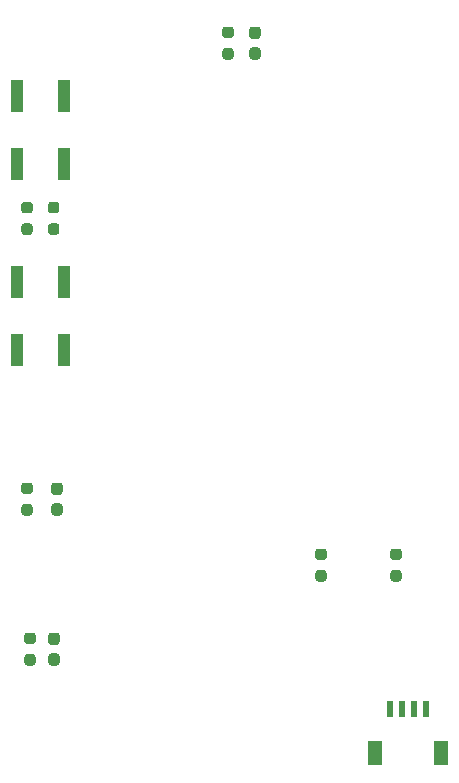
<source format=gtp>
G04 #@! TF.GenerationSoftware,KiCad,Pcbnew,5.1.9*
G04 #@! TF.CreationDate,2021-04-12T13:30:16-03:00*
G04 #@! TF.ProjectId,Piprogrammer,50697072-6f67-4726-916d-6d65722e6b69,rev?*
G04 #@! TF.SameCoordinates,Original*
G04 #@! TF.FileFunction,Paste,Top*
G04 #@! TF.FilePolarity,Positive*
%FSLAX46Y46*%
G04 Gerber Fmt 4.6, Leading zero omitted, Abs format (unit mm)*
G04 Created by KiCad (PCBNEW 5.1.9) date 2021-04-12 13:30:16*
%MOMM*%
%LPD*%
G01*
G04 APERTURE LIST*
%ADD10R,1.000000X2.800000*%
%ADD11R,1.198880X1.998980*%
%ADD12R,0.599440X1.348740*%
G04 APERTURE END LIST*
G36*
G01*
X227923500Y-88361000D02*
X227448500Y-88361000D01*
G75*
G02*
X227211000Y-88123500I0J237500D01*
G01*
X227211000Y-87623500D01*
G75*
G02*
X227448500Y-87386000I237500J0D01*
G01*
X227923500Y-87386000D01*
G75*
G02*
X228161000Y-87623500I0J-237500D01*
G01*
X228161000Y-88123500D01*
G75*
G02*
X227923500Y-88361000I-237500J0D01*
G01*
G37*
G36*
G01*
X227923500Y-90186000D02*
X227448500Y-90186000D01*
G75*
G02*
X227211000Y-89948500I0J237500D01*
G01*
X227211000Y-89448500D01*
G75*
G02*
X227448500Y-89211000I237500J0D01*
G01*
X227923500Y-89211000D01*
G75*
G02*
X228161000Y-89448500I0J-237500D01*
G01*
X228161000Y-89948500D01*
G75*
G02*
X227923500Y-90186000I-237500J0D01*
G01*
G37*
D10*
X209811000Y-99052000D03*
X209811000Y-93252000D03*
X213811000Y-99052000D03*
X213811000Y-93252000D03*
G36*
G01*
X210905500Y-103196500D02*
X210430500Y-103196500D01*
G75*
G02*
X210193000Y-102959000I0J237500D01*
G01*
X210193000Y-102459000D01*
G75*
G02*
X210430500Y-102221500I237500J0D01*
G01*
X210905500Y-102221500D01*
G75*
G02*
X211143000Y-102459000I0J-237500D01*
G01*
X211143000Y-102959000D01*
G75*
G02*
X210905500Y-103196500I-237500J0D01*
G01*
G37*
G36*
G01*
X210905500Y-105021500D02*
X210430500Y-105021500D01*
G75*
G02*
X210193000Y-104784000I0J237500D01*
G01*
X210193000Y-104284000D01*
G75*
G02*
X210430500Y-104046500I237500J0D01*
G01*
X210905500Y-104046500D01*
G75*
G02*
X211143000Y-104284000I0J-237500D01*
G01*
X211143000Y-104784000D01*
G75*
G02*
X210905500Y-105021500I-237500J0D01*
G01*
G37*
G36*
G01*
X212690499Y-104046500D02*
X213165499Y-104046500D01*
G75*
G02*
X213402999Y-104284000I0J-237500D01*
G01*
X213402999Y-104784000D01*
G75*
G02*
X213165499Y-105021500I-237500J0D01*
G01*
X212690499Y-105021500D01*
G75*
G02*
X212452999Y-104784000I0J237500D01*
G01*
X212452999Y-104284000D01*
G75*
G02*
X212690499Y-104046500I237500J0D01*
G01*
G37*
G36*
G01*
X212690499Y-102221500D02*
X213165499Y-102221500D01*
G75*
G02*
X213402999Y-102459000I0J-237500D01*
G01*
X213402999Y-102959000D01*
G75*
G02*
X213165499Y-103196500I-237500J0D01*
G01*
X212690499Y-103196500D01*
G75*
G02*
X212452999Y-102959000I0J237500D01*
G01*
X212452999Y-102459000D01*
G75*
G02*
X212690499Y-102221500I237500J0D01*
G01*
G37*
G36*
G01*
X235797500Y-132557000D02*
X235322500Y-132557000D01*
G75*
G02*
X235085000Y-132319500I0J237500D01*
G01*
X235085000Y-131819500D01*
G75*
G02*
X235322500Y-131582000I237500J0D01*
G01*
X235797500Y-131582000D01*
G75*
G02*
X236035000Y-131819500I0J-237500D01*
G01*
X236035000Y-132319500D01*
G75*
G02*
X235797500Y-132557000I-237500J0D01*
G01*
G37*
G36*
G01*
X235797500Y-134382000D02*
X235322500Y-134382000D01*
G75*
G02*
X235085000Y-134144500I0J237500D01*
G01*
X235085000Y-133644500D01*
G75*
G02*
X235322500Y-133407000I237500J0D01*
G01*
X235797500Y-133407000D01*
G75*
G02*
X236035000Y-133644500I0J-237500D01*
G01*
X236035000Y-134144500D01*
G75*
G02*
X235797500Y-134382000I-237500J0D01*
G01*
G37*
G36*
G01*
X242147500Y-132557000D02*
X241672500Y-132557000D01*
G75*
G02*
X241435000Y-132319500I0J237500D01*
G01*
X241435000Y-131819500D01*
G75*
G02*
X241672500Y-131582000I237500J0D01*
G01*
X242147500Y-131582000D01*
G75*
G02*
X242385000Y-131819500I0J-237500D01*
G01*
X242385000Y-132319500D01*
G75*
G02*
X242147500Y-132557000I-237500J0D01*
G01*
G37*
G36*
G01*
X242147500Y-134382000D02*
X241672500Y-134382000D01*
G75*
G02*
X241435000Y-134144500I0J237500D01*
G01*
X241435000Y-133644500D01*
G75*
G02*
X241672500Y-133407000I237500J0D01*
G01*
X242147500Y-133407000D01*
G75*
G02*
X242385000Y-133644500I0J-237500D01*
G01*
X242385000Y-134144500D01*
G75*
G02*
X242147500Y-134382000I-237500J0D01*
G01*
G37*
G36*
G01*
X210905500Y-126969000D02*
X210430500Y-126969000D01*
G75*
G02*
X210193000Y-126731500I0J237500D01*
G01*
X210193000Y-126231500D01*
G75*
G02*
X210430500Y-125994000I237500J0D01*
G01*
X210905500Y-125994000D01*
G75*
G02*
X211143000Y-126231500I0J-237500D01*
G01*
X211143000Y-126731500D01*
G75*
G02*
X210905500Y-126969000I-237500J0D01*
G01*
G37*
G36*
G01*
X210905500Y-128794000D02*
X210430500Y-128794000D01*
G75*
G02*
X210193000Y-128556500I0J237500D01*
G01*
X210193000Y-128056500D01*
G75*
G02*
X210430500Y-127819000I237500J0D01*
G01*
X210905500Y-127819000D01*
G75*
G02*
X211143000Y-128056500I0J-237500D01*
G01*
X211143000Y-128556500D01*
G75*
G02*
X210905500Y-128794000I-237500J0D01*
G01*
G37*
G36*
G01*
X210684500Y-140519000D02*
X211159500Y-140519000D01*
G75*
G02*
X211397000Y-140756500I0J-237500D01*
G01*
X211397000Y-141256500D01*
G75*
G02*
X211159500Y-141494000I-237500J0D01*
G01*
X210684500Y-141494000D01*
G75*
G02*
X210447000Y-141256500I0J237500D01*
G01*
X210447000Y-140756500D01*
G75*
G02*
X210684500Y-140519000I237500J0D01*
G01*
G37*
G36*
G01*
X210684500Y-138694000D02*
X211159500Y-138694000D01*
G75*
G02*
X211397000Y-138931500I0J-237500D01*
G01*
X211397000Y-139431500D01*
G75*
G02*
X211159500Y-139669000I-237500J0D01*
G01*
X210684500Y-139669000D01*
G75*
G02*
X210447000Y-139431500I0J237500D01*
G01*
X210447000Y-138931500D01*
G75*
G02*
X210684500Y-138694000I237500J0D01*
G01*
G37*
D11*
X240126920Y-148846840D03*
X245725080Y-148846840D03*
D12*
X244424600Y-145174000D03*
X243423840Y-145174000D03*
X242428160Y-145174000D03*
X241427400Y-145174000D03*
G36*
G01*
X229734500Y-87386000D02*
X230209500Y-87386000D01*
G75*
G02*
X230447000Y-87623500I0J-237500D01*
G01*
X230447000Y-88198500D01*
G75*
G02*
X230209500Y-88436000I-237500J0D01*
G01*
X229734500Y-88436000D01*
G75*
G02*
X229497000Y-88198500I0J237500D01*
G01*
X229497000Y-87623500D01*
G75*
G02*
X229734500Y-87386000I237500J0D01*
G01*
G37*
G36*
G01*
X229734500Y-89136000D02*
X230209500Y-89136000D01*
G75*
G02*
X230447000Y-89373500I0J-237500D01*
G01*
X230447000Y-89948500D01*
G75*
G02*
X230209500Y-90186000I-237500J0D01*
G01*
X229734500Y-90186000D01*
G75*
G02*
X229497000Y-89948500I0J237500D01*
G01*
X229497000Y-89373500D01*
G75*
G02*
X229734500Y-89136000I237500J0D01*
G01*
G37*
G36*
G01*
X213445500Y-128794000D02*
X212970500Y-128794000D01*
G75*
G02*
X212733000Y-128556500I0J237500D01*
G01*
X212733000Y-127981500D01*
G75*
G02*
X212970500Y-127744000I237500J0D01*
G01*
X213445500Y-127744000D01*
G75*
G02*
X213683000Y-127981500I0J-237500D01*
G01*
X213683000Y-128556500D01*
G75*
G02*
X213445500Y-128794000I-237500J0D01*
G01*
G37*
G36*
G01*
X213445500Y-127044000D02*
X212970500Y-127044000D01*
G75*
G02*
X212733000Y-126806500I0J237500D01*
G01*
X212733000Y-126231500D01*
G75*
G02*
X212970500Y-125994000I237500J0D01*
G01*
X213445500Y-125994000D01*
G75*
G02*
X213683000Y-126231500I0J-237500D01*
G01*
X213683000Y-126806500D01*
G75*
G02*
X213445500Y-127044000I-237500J0D01*
G01*
G37*
G36*
G01*
X213191500Y-139744000D02*
X212716500Y-139744000D01*
G75*
G02*
X212479000Y-139506500I0J237500D01*
G01*
X212479000Y-138931500D01*
G75*
G02*
X212716500Y-138694000I237500J0D01*
G01*
X213191500Y-138694000D01*
G75*
G02*
X213429000Y-138931500I0J-237500D01*
G01*
X213429000Y-139506500D01*
G75*
G02*
X213191500Y-139744000I-237500J0D01*
G01*
G37*
G36*
G01*
X213191500Y-141494000D02*
X212716500Y-141494000D01*
G75*
G02*
X212479000Y-141256500I0J237500D01*
G01*
X212479000Y-140681500D01*
G75*
G02*
X212716500Y-140444000I237500J0D01*
G01*
X213191500Y-140444000D01*
G75*
G02*
X213429000Y-140681500I0J-237500D01*
G01*
X213429000Y-141256500D01*
G75*
G02*
X213191500Y-141494000I-237500J0D01*
G01*
G37*
D10*
X213811000Y-109000000D03*
X213811000Y-114800000D03*
X209811000Y-109000000D03*
X209811000Y-114800000D03*
M02*

</source>
